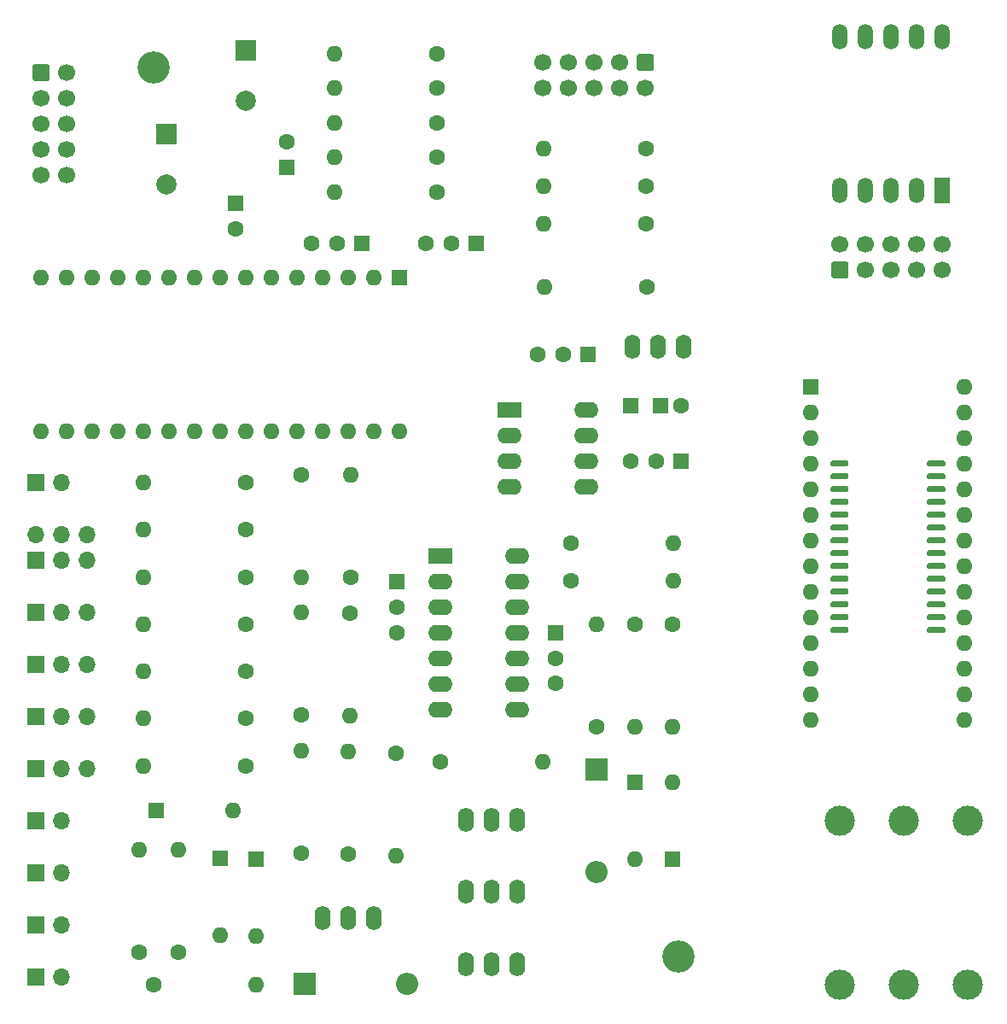
<source format=gts>
%TF.GenerationSoftware,KiCad,Pcbnew,(5.1.10)-1*%
%TF.CreationDate,2022-09-29T16:57:18+02:00*%
%TF.ProjectId,Arduino Quantizer TK V1,41726475-696e-46f2-9051-75616e74697a,rev?*%
%TF.SameCoordinates,Original*%
%TF.FileFunction,Soldermask,Top*%
%TF.FilePolarity,Negative*%
%FSLAX46Y46*%
G04 Gerber Fmt 4.6, Leading zero omitted, Abs format (unit mm)*
G04 Created by KiCad (PCBNEW (5.1.10)-1) date 2022-09-29 16:57:18*
%MOMM*%
%LPD*%
G01*
G04 APERTURE LIST*
%ADD10O,1.600000X1.600000*%
%ADD11R,1.600000X1.600000*%
%ADD12C,3.200000*%
%ADD13C,1.600000*%
%ADD14R,2.000000X2.000000*%
%ADD15C,2.000000*%
%ADD16R,1.524000X2.524000*%
%ADD17O,1.524000X2.524000*%
%ADD18C,1.700000*%
%ADD19R,1.700000X1.700000*%
%ADD20O,1.700000X1.700000*%
%ADD21O,1.600000X2.400000*%
%ADD22R,2.400000X1.600000*%
%ADD23O,2.400000X1.600000*%
%ADD24C,3.000000*%
%ADD25R,2.200000X2.200000*%
%ADD26O,2.200000X2.200000*%
G04 APERTURE END LIST*
D10*
X197446900Y-82981800D03*
X182206900Y-116001800D03*
X197446900Y-85521800D03*
X182206900Y-113461800D03*
X197446900Y-88061800D03*
X182206900Y-110921800D03*
X197446900Y-90601800D03*
X182206900Y-108381800D03*
X197446900Y-93141800D03*
X182206900Y-105841800D03*
X197446900Y-95681800D03*
X182206900Y-103301800D03*
X197446900Y-98221800D03*
X182206900Y-100761800D03*
X197446900Y-100761800D03*
X182206900Y-98221800D03*
X197446900Y-103301800D03*
X182206900Y-95681800D03*
X197446900Y-105841800D03*
X182206900Y-93141800D03*
X197446900Y-108381800D03*
X182206900Y-90601800D03*
X197446900Y-110921800D03*
X182206900Y-88061800D03*
X197446900Y-113461800D03*
X182206900Y-85521800D03*
X197446900Y-116001800D03*
D11*
X182206900Y-82981800D03*
G36*
G01*
X193726900Y-90751800D02*
X193726900Y-90451800D01*
G75*
G02*
X193876900Y-90301800I150000J0D01*
G01*
X195376900Y-90301800D01*
G75*
G02*
X195526900Y-90451800I0J-150000D01*
G01*
X195526900Y-90751800D01*
G75*
G02*
X195376900Y-90901800I-150000J0D01*
G01*
X193876900Y-90901800D01*
G75*
G02*
X193726900Y-90751800I0J150000D01*
G01*
G37*
G36*
G01*
X193726900Y-92021800D02*
X193726900Y-91721800D01*
G75*
G02*
X193876900Y-91571800I150000J0D01*
G01*
X195376900Y-91571800D01*
G75*
G02*
X195526900Y-91721800I0J-150000D01*
G01*
X195526900Y-92021800D01*
G75*
G02*
X195376900Y-92171800I-150000J0D01*
G01*
X193876900Y-92171800D01*
G75*
G02*
X193726900Y-92021800I0J150000D01*
G01*
G37*
G36*
G01*
X193726900Y-93291800D02*
X193726900Y-92991800D01*
G75*
G02*
X193876900Y-92841800I150000J0D01*
G01*
X195376900Y-92841800D01*
G75*
G02*
X195526900Y-92991800I0J-150000D01*
G01*
X195526900Y-93291800D01*
G75*
G02*
X195376900Y-93441800I-150000J0D01*
G01*
X193876900Y-93441800D01*
G75*
G02*
X193726900Y-93291800I0J150000D01*
G01*
G37*
G36*
G01*
X193726900Y-94561800D02*
X193726900Y-94261800D01*
G75*
G02*
X193876900Y-94111800I150000J0D01*
G01*
X195376900Y-94111800D01*
G75*
G02*
X195526900Y-94261800I0J-150000D01*
G01*
X195526900Y-94561800D01*
G75*
G02*
X195376900Y-94711800I-150000J0D01*
G01*
X193876900Y-94711800D01*
G75*
G02*
X193726900Y-94561800I0J150000D01*
G01*
G37*
G36*
G01*
X193726900Y-95831800D02*
X193726900Y-95531800D01*
G75*
G02*
X193876900Y-95381800I150000J0D01*
G01*
X195376900Y-95381800D01*
G75*
G02*
X195526900Y-95531800I0J-150000D01*
G01*
X195526900Y-95831800D01*
G75*
G02*
X195376900Y-95981800I-150000J0D01*
G01*
X193876900Y-95981800D01*
G75*
G02*
X193726900Y-95831800I0J150000D01*
G01*
G37*
G36*
G01*
X193726900Y-97101800D02*
X193726900Y-96801800D01*
G75*
G02*
X193876900Y-96651800I150000J0D01*
G01*
X195376900Y-96651800D01*
G75*
G02*
X195526900Y-96801800I0J-150000D01*
G01*
X195526900Y-97101800D01*
G75*
G02*
X195376900Y-97251800I-150000J0D01*
G01*
X193876900Y-97251800D01*
G75*
G02*
X193726900Y-97101800I0J150000D01*
G01*
G37*
G36*
G01*
X193726900Y-98371800D02*
X193726900Y-98071800D01*
G75*
G02*
X193876900Y-97921800I150000J0D01*
G01*
X195376900Y-97921800D01*
G75*
G02*
X195526900Y-98071800I0J-150000D01*
G01*
X195526900Y-98371800D01*
G75*
G02*
X195376900Y-98521800I-150000J0D01*
G01*
X193876900Y-98521800D01*
G75*
G02*
X193726900Y-98371800I0J150000D01*
G01*
G37*
G36*
G01*
X193726900Y-99641800D02*
X193726900Y-99341800D01*
G75*
G02*
X193876900Y-99191800I150000J0D01*
G01*
X195376900Y-99191800D01*
G75*
G02*
X195526900Y-99341800I0J-150000D01*
G01*
X195526900Y-99641800D01*
G75*
G02*
X195376900Y-99791800I-150000J0D01*
G01*
X193876900Y-99791800D01*
G75*
G02*
X193726900Y-99641800I0J150000D01*
G01*
G37*
G36*
G01*
X193726900Y-100911800D02*
X193726900Y-100611800D01*
G75*
G02*
X193876900Y-100461800I150000J0D01*
G01*
X195376900Y-100461800D01*
G75*
G02*
X195526900Y-100611800I0J-150000D01*
G01*
X195526900Y-100911800D01*
G75*
G02*
X195376900Y-101061800I-150000J0D01*
G01*
X193876900Y-101061800D01*
G75*
G02*
X193726900Y-100911800I0J150000D01*
G01*
G37*
G36*
G01*
X193726900Y-102181800D02*
X193726900Y-101881800D01*
G75*
G02*
X193876900Y-101731800I150000J0D01*
G01*
X195376900Y-101731800D01*
G75*
G02*
X195526900Y-101881800I0J-150000D01*
G01*
X195526900Y-102181800D01*
G75*
G02*
X195376900Y-102331800I-150000J0D01*
G01*
X193876900Y-102331800D01*
G75*
G02*
X193726900Y-102181800I0J150000D01*
G01*
G37*
G36*
G01*
X193726900Y-103451800D02*
X193726900Y-103151800D01*
G75*
G02*
X193876900Y-103001800I150000J0D01*
G01*
X195376900Y-103001800D01*
G75*
G02*
X195526900Y-103151800I0J-150000D01*
G01*
X195526900Y-103451800D01*
G75*
G02*
X195376900Y-103601800I-150000J0D01*
G01*
X193876900Y-103601800D01*
G75*
G02*
X193726900Y-103451800I0J150000D01*
G01*
G37*
G36*
G01*
X193726900Y-104721800D02*
X193726900Y-104421800D01*
G75*
G02*
X193876900Y-104271800I150000J0D01*
G01*
X195376900Y-104271800D01*
G75*
G02*
X195526900Y-104421800I0J-150000D01*
G01*
X195526900Y-104721800D01*
G75*
G02*
X195376900Y-104871800I-150000J0D01*
G01*
X193876900Y-104871800D01*
G75*
G02*
X193726900Y-104721800I0J150000D01*
G01*
G37*
G36*
G01*
X193726900Y-105991800D02*
X193726900Y-105691800D01*
G75*
G02*
X193876900Y-105541800I150000J0D01*
G01*
X195376900Y-105541800D01*
G75*
G02*
X195526900Y-105691800I0J-150000D01*
G01*
X195526900Y-105991800D01*
G75*
G02*
X195376900Y-106141800I-150000J0D01*
G01*
X193876900Y-106141800D01*
G75*
G02*
X193726900Y-105991800I0J150000D01*
G01*
G37*
G36*
G01*
X193726900Y-107261800D02*
X193726900Y-106961800D01*
G75*
G02*
X193876900Y-106811800I150000J0D01*
G01*
X195376900Y-106811800D01*
G75*
G02*
X195526900Y-106961800I0J-150000D01*
G01*
X195526900Y-107261800D01*
G75*
G02*
X195376900Y-107411800I-150000J0D01*
G01*
X193876900Y-107411800D01*
G75*
G02*
X193726900Y-107261800I0J150000D01*
G01*
G37*
G36*
G01*
X184126900Y-107261800D02*
X184126900Y-106961800D01*
G75*
G02*
X184276900Y-106811800I150000J0D01*
G01*
X185776900Y-106811800D01*
G75*
G02*
X185926900Y-106961800I0J-150000D01*
G01*
X185926900Y-107261800D01*
G75*
G02*
X185776900Y-107411800I-150000J0D01*
G01*
X184276900Y-107411800D01*
G75*
G02*
X184126900Y-107261800I0J150000D01*
G01*
G37*
G36*
G01*
X184126900Y-105991800D02*
X184126900Y-105691800D01*
G75*
G02*
X184276900Y-105541800I150000J0D01*
G01*
X185776900Y-105541800D01*
G75*
G02*
X185926900Y-105691800I0J-150000D01*
G01*
X185926900Y-105991800D01*
G75*
G02*
X185776900Y-106141800I-150000J0D01*
G01*
X184276900Y-106141800D01*
G75*
G02*
X184126900Y-105991800I0J150000D01*
G01*
G37*
G36*
G01*
X184126900Y-104721800D02*
X184126900Y-104421800D01*
G75*
G02*
X184276900Y-104271800I150000J0D01*
G01*
X185776900Y-104271800D01*
G75*
G02*
X185926900Y-104421800I0J-150000D01*
G01*
X185926900Y-104721800D01*
G75*
G02*
X185776900Y-104871800I-150000J0D01*
G01*
X184276900Y-104871800D01*
G75*
G02*
X184126900Y-104721800I0J150000D01*
G01*
G37*
G36*
G01*
X184126900Y-103451800D02*
X184126900Y-103151800D01*
G75*
G02*
X184276900Y-103001800I150000J0D01*
G01*
X185776900Y-103001800D01*
G75*
G02*
X185926900Y-103151800I0J-150000D01*
G01*
X185926900Y-103451800D01*
G75*
G02*
X185776900Y-103601800I-150000J0D01*
G01*
X184276900Y-103601800D01*
G75*
G02*
X184126900Y-103451800I0J150000D01*
G01*
G37*
G36*
G01*
X184126900Y-102181800D02*
X184126900Y-101881800D01*
G75*
G02*
X184276900Y-101731800I150000J0D01*
G01*
X185776900Y-101731800D01*
G75*
G02*
X185926900Y-101881800I0J-150000D01*
G01*
X185926900Y-102181800D01*
G75*
G02*
X185776900Y-102331800I-150000J0D01*
G01*
X184276900Y-102331800D01*
G75*
G02*
X184126900Y-102181800I0J150000D01*
G01*
G37*
G36*
G01*
X184126900Y-100911800D02*
X184126900Y-100611800D01*
G75*
G02*
X184276900Y-100461800I150000J0D01*
G01*
X185776900Y-100461800D01*
G75*
G02*
X185926900Y-100611800I0J-150000D01*
G01*
X185926900Y-100911800D01*
G75*
G02*
X185776900Y-101061800I-150000J0D01*
G01*
X184276900Y-101061800D01*
G75*
G02*
X184126900Y-100911800I0J150000D01*
G01*
G37*
G36*
G01*
X184126900Y-99641800D02*
X184126900Y-99341800D01*
G75*
G02*
X184276900Y-99191800I150000J0D01*
G01*
X185776900Y-99191800D01*
G75*
G02*
X185926900Y-99341800I0J-150000D01*
G01*
X185926900Y-99641800D01*
G75*
G02*
X185776900Y-99791800I-150000J0D01*
G01*
X184276900Y-99791800D01*
G75*
G02*
X184126900Y-99641800I0J150000D01*
G01*
G37*
G36*
G01*
X184126900Y-98371800D02*
X184126900Y-98071800D01*
G75*
G02*
X184276900Y-97921800I150000J0D01*
G01*
X185776900Y-97921800D01*
G75*
G02*
X185926900Y-98071800I0J-150000D01*
G01*
X185926900Y-98371800D01*
G75*
G02*
X185776900Y-98521800I-150000J0D01*
G01*
X184276900Y-98521800D01*
G75*
G02*
X184126900Y-98371800I0J150000D01*
G01*
G37*
G36*
G01*
X184126900Y-97101800D02*
X184126900Y-96801800D01*
G75*
G02*
X184276900Y-96651800I150000J0D01*
G01*
X185776900Y-96651800D01*
G75*
G02*
X185926900Y-96801800I0J-150000D01*
G01*
X185926900Y-97101800D01*
G75*
G02*
X185776900Y-97251800I-150000J0D01*
G01*
X184276900Y-97251800D01*
G75*
G02*
X184126900Y-97101800I0J150000D01*
G01*
G37*
G36*
G01*
X184126900Y-95831800D02*
X184126900Y-95531800D01*
G75*
G02*
X184276900Y-95381800I150000J0D01*
G01*
X185776900Y-95381800D01*
G75*
G02*
X185926900Y-95531800I0J-150000D01*
G01*
X185926900Y-95831800D01*
G75*
G02*
X185776900Y-95981800I-150000J0D01*
G01*
X184276900Y-95981800D01*
G75*
G02*
X184126900Y-95831800I0J150000D01*
G01*
G37*
G36*
G01*
X184126900Y-94561800D02*
X184126900Y-94261800D01*
G75*
G02*
X184276900Y-94111800I150000J0D01*
G01*
X185776900Y-94111800D01*
G75*
G02*
X185926900Y-94261800I0J-150000D01*
G01*
X185926900Y-94561800D01*
G75*
G02*
X185776900Y-94711800I-150000J0D01*
G01*
X184276900Y-94711800D01*
G75*
G02*
X184126900Y-94561800I0J150000D01*
G01*
G37*
G36*
G01*
X184126900Y-93291800D02*
X184126900Y-92991800D01*
G75*
G02*
X184276900Y-92841800I150000J0D01*
G01*
X185776900Y-92841800D01*
G75*
G02*
X185926900Y-92991800I0J-150000D01*
G01*
X185926900Y-93291800D01*
G75*
G02*
X185776900Y-93441800I-150000J0D01*
G01*
X184276900Y-93441800D01*
G75*
G02*
X184126900Y-93291800I0J150000D01*
G01*
G37*
G36*
G01*
X184126900Y-92021800D02*
X184126900Y-91721800D01*
G75*
G02*
X184276900Y-91571800I150000J0D01*
G01*
X185776900Y-91571800D01*
G75*
G02*
X185926900Y-91721800I0J-150000D01*
G01*
X185926900Y-92021800D01*
G75*
G02*
X185776900Y-92171800I-150000J0D01*
G01*
X184276900Y-92171800D01*
G75*
G02*
X184126900Y-92021800I0J150000D01*
G01*
G37*
G36*
G01*
X184126900Y-90751800D02*
X184126900Y-90451800D01*
G75*
G02*
X184276900Y-90301800I150000J0D01*
G01*
X185776900Y-90301800D01*
G75*
G02*
X185926900Y-90451800I0J-150000D01*
G01*
X185926900Y-90751800D01*
G75*
G02*
X185776900Y-90901800I-150000J0D01*
G01*
X184276900Y-90901800D01*
G75*
G02*
X184126900Y-90751800I0J150000D01*
G01*
G37*
D12*
X169075100Y-139471400D03*
X117005100Y-51333400D03*
D11*
X130213100Y-61239400D03*
D13*
X130213100Y-58739400D03*
D11*
X125133100Y-64795400D03*
D13*
X125133100Y-67295400D03*
D14*
X126149100Y-49635400D03*
D15*
X126149100Y-54635400D03*
D14*
X118275100Y-57937400D03*
D15*
X118275100Y-62937400D03*
D16*
X195237100Y-63525400D03*
D17*
X192697100Y-63525400D03*
X190157100Y-63525400D03*
X187617100Y-63525400D03*
X185077100Y-63525400D03*
X185077100Y-48285400D03*
X187617100Y-48285400D03*
X190157100Y-48285400D03*
X192697100Y-48285400D03*
X195237100Y-48285400D03*
G36*
G01*
X185677100Y-72249400D02*
X184477100Y-72249400D01*
G75*
G02*
X184227100Y-71999400I0J250000D01*
G01*
X184227100Y-70799400D01*
G75*
G02*
X184477100Y-70549400I250000J0D01*
G01*
X185677100Y-70549400D01*
G75*
G02*
X185927100Y-70799400I0J-250000D01*
G01*
X185927100Y-71999400D01*
G75*
G02*
X185677100Y-72249400I-250000J0D01*
G01*
G37*
D18*
X187617100Y-71399400D03*
X190157100Y-71399400D03*
X192697100Y-71399400D03*
X195237100Y-71399400D03*
X185077100Y-68859400D03*
X187617100Y-68859400D03*
X190157100Y-68859400D03*
X192697100Y-68859400D03*
X195237100Y-68859400D03*
G36*
G01*
X104979100Y-52441400D02*
X104979100Y-51241400D01*
G75*
G02*
X105229100Y-50991400I250000J0D01*
G01*
X106429100Y-50991400D01*
G75*
G02*
X106679100Y-51241400I0J-250000D01*
G01*
X106679100Y-52441400D01*
G75*
G02*
X106429100Y-52691400I-250000J0D01*
G01*
X105229100Y-52691400D01*
G75*
G02*
X104979100Y-52441400I0J250000D01*
G01*
G37*
X105829100Y-54381400D03*
X105829100Y-56921400D03*
X105829100Y-59461400D03*
X105829100Y-62001400D03*
X108369100Y-51841400D03*
X108369100Y-54381400D03*
X108369100Y-56921400D03*
X108369100Y-59461400D03*
X108369100Y-62001400D03*
D19*
X105321100Y-105358510D03*
D20*
X107861100Y-105358510D03*
X110401100Y-105358510D03*
D19*
X105321100Y-92481400D03*
D20*
X107861100Y-92481400D03*
G36*
G01*
X165173100Y-49975400D02*
X166373100Y-49975400D01*
G75*
G02*
X166623100Y-50225400I0J-250000D01*
G01*
X166623100Y-51425400D01*
G75*
G02*
X166373100Y-51675400I-250000J0D01*
G01*
X165173100Y-51675400D01*
G75*
G02*
X164923100Y-51425400I0J250000D01*
G01*
X164923100Y-50225400D01*
G75*
G02*
X165173100Y-49975400I250000J0D01*
G01*
G37*
D18*
X163233100Y-50825400D03*
X160693100Y-50825400D03*
X158153100Y-50825400D03*
X155613100Y-50825400D03*
X165773100Y-53365400D03*
X163233100Y-53365400D03*
X160693100Y-53365400D03*
X158153100Y-53365400D03*
X155613100Y-53365400D03*
D21*
X153073100Y-140233400D03*
X150533100Y-140233400D03*
X147993100Y-140233400D03*
X153073100Y-133057900D03*
X150533100Y-133057900D03*
X147993100Y-133057900D03*
X138849100Y-135661400D03*
X133769100Y-135661400D03*
X136309100Y-135661400D03*
D22*
X152311100Y-85242400D03*
D23*
X159931100Y-92862400D03*
X152311100Y-87782400D03*
X159931100Y-90322400D03*
X152311100Y-90322400D03*
X159931100Y-87782400D03*
X152311100Y-92862400D03*
X159931100Y-85242400D03*
D22*
X145453100Y-99720400D03*
D23*
X153073100Y-114960400D03*
X145453100Y-102260400D03*
X153073100Y-112420400D03*
X145453100Y-104800400D03*
X153073100Y-109880400D03*
X145453100Y-107340400D03*
X153073100Y-107340400D03*
X145453100Y-109880400D03*
X153073100Y-104800400D03*
X145453100Y-112420400D03*
X153073100Y-102260400D03*
X145453100Y-114960400D03*
X153073100Y-99720400D03*
D19*
X105321100Y-120849175D03*
D20*
X107861100Y-120849175D03*
X110401100Y-120849175D03*
D19*
X105321100Y-115685620D03*
D20*
X107861100Y-115685620D03*
X110401100Y-115685620D03*
D19*
X105321100Y-110522065D03*
D20*
X107861100Y-110522065D03*
X110401100Y-110522065D03*
D19*
X105321100Y-100194955D03*
D20*
X105321100Y-97654955D03*
X107861100Y-100194955D03*
X107861100Y-97654955D03*
X110401100Y-100194955D03*
X110401100Y-97654955D03*
D21*
X153073100Y-125882400D03*
X150533100Y-125882400D03*
X147993100Y-125882400D03*
D13*
X126149100Y-120548400D03*
D10*
X115989100Y-120548400D03*
D13*
X126149100Y-115870565D03*
D10*
X115989100Y-115870565D03*
D13*
X126149100Y-111192732D03*
D10*
X115989100Y-111192732D03*
D13*
X126149100Y-106514899D03*
D10*
X115989100Y-106514899D03*
D13*
X131610100Y-129184400D03*
D10*
X131610100Y-119024400D03*
D13*
X131610100Y-115468400D03*
D10*
X131610100Y-105308400D03*
D13*
X136436100Y-105435400D03*
D10*
X136436100Y-115595400D03*
D13*
X165925500Y-73126600D03*
D10*
X155765500Y-73126600D03*
D13*
X145453100Y-120167400D03*
D10*
X155613100Y-120167400D03*
D13*
X126149100Y-92481400D03*
D10*
X115989100Y-92481400D03*
D13*
X136563100Y-101879400D03*
D10*
X136563100Y-91719400D03*
D13*
X141008100Y-119278400D03*
D10*
X141008100Y-129438400D03*
D13*
X136309100Y-129311400D03*
D10*
X136309100Y-119151400D03*
D13*
X117005100Y-142265400D03*
D10*
X127165100Y-142265400D03*
D13*
X131610100Y-91719400D03*
D10*
X131610100Y-101879400D03*
D13*
X115544600Y-139026900D03*
D10*
X115544600Y-128866900D03*
D13*
X119481600Y-139026900D03*
D10*
X119481600Y-128866900D03*
D13*
X145072100Y-49936400D03*
D10*
X134912100Y-49936400D03*
D13*
X145072100Y-53365400D03*
D10*
X134912100Y-53365400D03*
D13*
X158381700Y-102184200D03*
D10*
X168541700Y-102184200D03*
D13*
X145072100Y-56794400D03*
D10*
X134912100Y-56794400D03*
D13*
X145072100Y-60223400D03*
D10*
X134912100Y-60223400D03*
D13*
X126149100Y-101837066D03*
D10*
X115989100Y-101837066D03*
D13*
X158381700Y-98501200D03*
D10*
X168541700Y-98501200D03*
D13*
X145072100Y-63652400D03*
D10*
X134912100Y-63652400D03*
D13*
X165874700Y-59359800D03*
D10*
X155714700Y-59359800D03*
D13*
X165874700Y-63080900D03*
D10*
X155714700Y-63080900D03*
D13*
X165874700Y-66802000D03*
D10*
X155714700Y-66802000D03*
D13*
X126149100Y-97159233D03*
D10*
X115989100Y-97159233D03*
D13*
X160947100Y-116674900D03*
D10*
X160947100Y-106514900D03*
D13*
X168503600Y-106514900D03*
D10*
X168503600Y-116674900D03*
D13*
X164757100Y-106514900D03*
D10*
X164757100Y-116674900D03*
D24*
X191427100Y-126009400D03*
X197777100Y-126009400D03*
X185077100Y-126009400D03*
X191427100Y-142239400D03*
X197777100Y-142239400D03*
X185077100Y-142239400D03*
D19*
X105321100Y-141503400D03*
D20*
X107861100Y-141503400D03*
D19*
X105321100Y-136339840D03*
D20*
X107861100Y-136339840D03*
D19*
X105321100Y-131176285D03*
D20*
X107861100Y-131176285D03*
D19*
X105321100Y-126012730D03*
D20*
X107861100Y-126012730D03*
D21*
X164503100Y-79019400D03*
X169583100Y-79019400D03*
X167043100Y-79019400D03*
D11*
X127165100Y-129819400D03*
D10*
X127165100Y-137439400D03*
D25*
X131991100Y-142189200D03*
D26*
X142151100Y-142189200D03*
D11*
X123609100Y-129692400D03*
D10*
X123609100Y-137312400D03*
D11*
X117259100Y-124993400D03*
D10*
X124879100Y-124993400D03*
D25*
X160947100Y-120929400D03*
D26*
X160947100Y-131089400D03*
D11*
X164757100Y-122199400D03*
D10*
X164757100Y-129819400D03*
D11*
X168503600Y-129819400D03*
D10*
X168503600Y-122199400D03*
D13*
X135155300Y-68783200D03*
D11*
X137655300Y-68783200D03*
D13*
X132655300Y-68783200D03*
X146530700Y-68808600D03*
D11*
X149030700Y-68808600D03*
D13*
X144030700Y-68808600D03*
X156883100Y-109880400D03*
D11*
X156883100Y-107380400D03*
D13*
X156883100Y-112380400D03*
X141135100Y-104840400D03*
D11*
X141135100Y-102340400D03*
D13*
X141135100Y-107340400D03*
X157605100Y-79781400D03*
D11*
X160105100Y-79781400D03*
D13*
X155105100Y-79781400D03*
X166829100Y-90322400D03*
D11*
X169329100Y-90322400D03*
D13*
X164329100Y-90322400D03*
D11*
X164297100Y-84837400D03*
D13*
X169297100Y-84837400D03*
D11*
X167297100Y-84837400D03*
X141389100Y-72161400D03*
D10*
X108369100Y-87401400D03*
X138849100Y-72161400D03*
X110909100Y-87401400D03*
X136309100Y-72161400D03*
X113449100Y-87401400D03*
X133769100Y-72161400D03*
X115989100Y-87401400D03*
X131229100Y-72161400D03*
X118529100Y-87401400D03*
X128689100Y-72161400D03*
X121069100Y-87401400D03*
X126149100Y-72161400D03*
X123609100Y-87401400D03*
X123609100Y-72161400D03*
X126149100Y-87401400D03*
X121069100Y-72161400D03*
X128689100Y-87401400D03*
X118529100Y-72161400D03*
X131229100Y-87401400D03*
X115989100Y-72161400D03*
X133769100Y-87401400D03*
X113449100Y-72161400D03*
X136309100Y-87401400D03*
X110909100Y-72161400D03*
X138849100Y-87401400D03*
X108369100Y-72161400D03*
X141389100Y-87401400D03*
X105829100Y-72161400D03*
X105829100Y-87401400D03*
M02*

</source>
